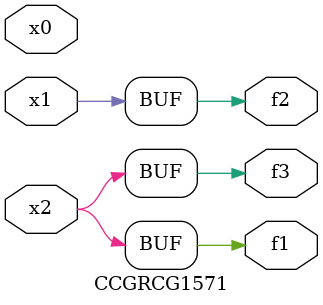
<source format=v>
module CCGRCG1571(
	input x0, x1, x2,
	output f1, f2, f3
);
	assign f1 = x2;
	assign f2 = x1;
	assign f3 = x2;
endmodule

</source>
